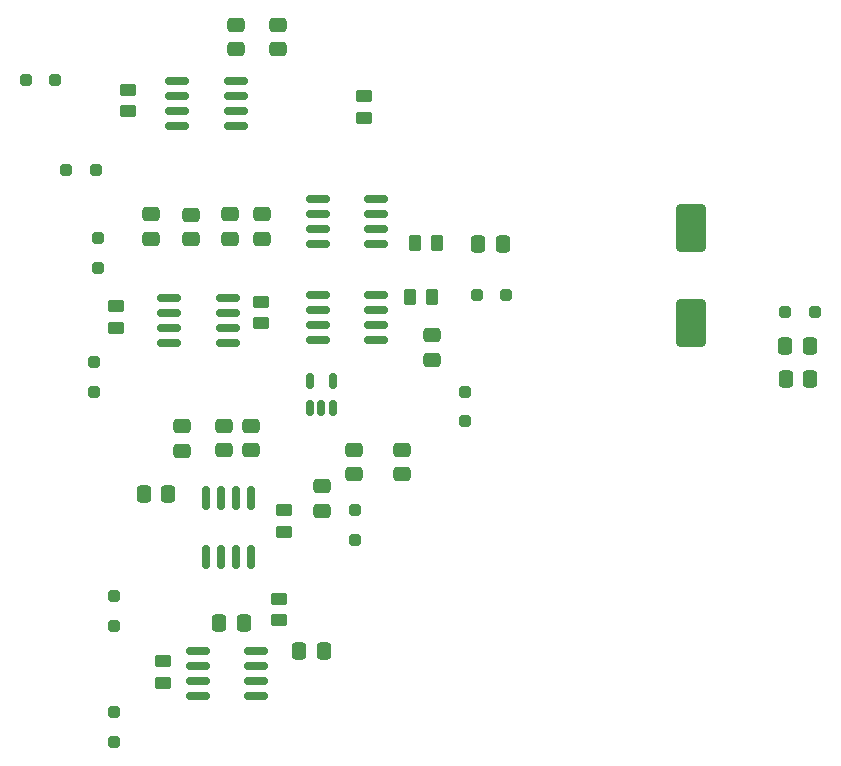
<source format=gbr>
%TF.GenerationSoftware,KiCad,Pcbnew,7.0.1*%
%TF.CreationDate,2023-04-25T16:28:10-04:00*%
%TF.ProjectId,UPenn_OpAmp,5550656e-6e5f-44f7-9041-6d702e6b6963,rev?*%
%TF.SameCoordinates,Original*%
%TF.FileFunction,Paste,Top*%
%TF.FilePolarity,Positive*%
%FSLAX46Y46*%
G04 Gerber Fmt 4.6, Leading zero omitted, Abs format (unit mm)*
G04 Created by KiCad (PCBNEW 7.0.1) date 2023-04-25 16:28:10*
%MOMM*%
%LPD*%
G01*
G04 APERTURE LIST*
G04 Aperture macros list*
%AMRoundRect*
0 Rectangle with rounded corners*
0 $1 Rounding radius*
0 $2 $3 $4 $5 $6 $7 $8 $9 X,Y pos of 4 corners*
0 Add a 4 corners polygon primitive as box body*
4,1,4,$2,$3,$4,$5,$6,$7,$8,$9,$2,$3,0*
0 Add four circle primitives for the rounded corners*
1,1,$1+$1,$2,$3*
1,1,$1+$1,$4,$5*
1,1,$1+$1,$6,$7*
1,1,$1+$1,$8,$9*
0 Add four rect primitives between the rounded corners*
20,1,$1+$1,$2,$3,$4,$5,0*
20,1,$1+$1,$4,$5,$6,$7,0*
20,1,$1+$1,$6,$7,$8,$9,0*
20,1,$1+$1,$8,$9,$2,$3,0*%
G04 Aperture macros list end*
%ADD10RoundRect,0.250000X-0.475000X0.337500X-0.475000X-0.337500X0.475000X-0.337500X0.475000X0.337500X0*%
%ADD11RoundRect,0.250000X-0.450000X0.262500X-0.450000X-0.262500X0.450000X-0.262500X0.450000X0.262500X0*%
%ADD12RoundRect,0.250000X0.475000X-0.337500X0.475000X0.337500X-0.475000X0.337500X-0.475000X-0.337500X0*%
%ADD13RoundRect,0.250000X-0.250000X0.250000X-0.250000X-0.250000X0.250000X-0.250000X0.250000X0.250000X0*%
%ADD14RoundRect,0.250000X-0.250000X-0.250000X0.250000X-0.250000X0.250000X0.250000X-0.250000X0.250000X0*%
%ADD15RoundRect,0.250000X-0.337500X-0.475000X0.337500X-0.475000X0.337500X0.475000X-0.337500X0.475000X0*%
%ADD16RoundRect,0.250000X0.250000X0.250000X-0.250000X0.250000X-0.250000X-0.250000X0.250000X-0.250000X0*%
%ADD17RoundRect,0.150000X-0.825000X-0.150000X0.825000X-0.150000X0.825000X0.150000X-0.825000X0.150000X0*%
%ADD18RoundRect,0.250000X-0.262500X-0.450000X0.262500X-0.450000X0.262500X0.450000X-0.262500X0.450000X0*%
%ADD19RoundRect,0.250000X0.450000X-0.262500X0.450000X0.262500X-0.450000X0.262500X-0.450000X-0.262500X0*%
%ADD20RoundRect,0.150000X0.825000X0.150000X-0.825000X0.150000X-0.825000X-0.150000X0.825000X-0.150000X0*%
%ADD21RoundRect,0.250000X1.000000X-1.750000X1.000000X1.750000X-1.000000X1.750000X-1.000000X-1.750000X0*%
%ADD22RoundRect,0.250000X0.250000X-0.250000X0.250000X0.250000X-0.250000X0.250000X-0.250000X-0.250000X0*%
%ADD23RoundRect,0.150000X0.150000X-0.825000X0.150000X0.825000X-0.150000X0.825000X-0.150000X-0.825000X0*%
%ADD24RoundRect,0.150000X0.150000X-0.512500X0.150000X0.512500X-0.150000X0.512500X-0.150000X-0.512500X0*%
%ADD25RoundRect,0.250000X0.337500X0.475000X-0.337500X0.475000X-0.337500X-0.475000X0.337500X-0.475000X0*%
G04 APERTURE END LIST*
D10*
%TO.C,C6*%
X98497000Y-68210500D03*
X98497000Y-70285500D03*
%TD*%
D11*
%TO.C,RG2*%
X90394000Y-39762500D03*
X90394000Y-41587500D03*
%TD*%
D12*
%TO.C,C7*%
X100783000Y-70285500D03*
X100783000Y-68210500D03*
%TD*%
D13*
%TO.C,D8*%
X118929000Y-65312500D03*
X118929000Y-67812500D03*
%TD*%
D12*
%TO.C,C17*%
X103094000Y-36322500D03*
X103094000Y-34247500D03*
%TD*%
%TO.C,C4*%
X94964000Y-70307500D03*
X94964000Y-68232500D03*
%TD*%
D14*
%TO.C,D10*%
X146066000Y-58610000D03*
X148566000Y-58610000D03*
%TD*%
D15*
%TO.C,C5*%
X91746500Y-74007500D03*
X93821500Y-74007500D03*
%TD*%
D16*
%TO.C,D6*%
X84269000Y-38943500D03*
X81769000Y-38943500D03*
%TD*%
D12*
%TO.C,C1*%
X106849000Y-75382000D03*
X106849000Y-73307000D03*
%TD*%
D17*
%TO.C,U1*%
X96306000Y-87275750D03*
X96306000Y-88545750D03*
X96306000Y-89815750D03*
X96306000Y-91085750D03*
X101256000Y-91085750D03*
X101256000Y-89815750D03*
X101256000Y-88545750D03*
X101256000Y-87275750D03*
%TD*%
D18*
%TO.C,R6*%
X114739000Y-52772500D03*
X116564000Y-52772500D03*
%TD*%
D11*
%TO.C,RG0*%
X93382000Y-88141250D03*
X93382000Y-89966250D03*
%TD*%
D19*
%TO.C,R1*%
X103224000Y-84672500D03*
X103224000Y-82847500D03*
%TD*%
D17*
%TO.C,U4*%
X93919000Y-57372500D03*
X93919000Y-58642500D03*
X93919000Y-59912500D03*
X93919000Y-61182500D03*
X98869000Y-61182500D03*
X98869000Y-59912500D03*
X98869000Y-58642500D03*
X98869000Y-57372500D03*
%TD*%
D20*
%TO.C,U5*%
X111419000Y-60939500D03*
X111419000Y-59669500D03*
X111419000Y-58399500D03*
X111419000Y-57129500D03*
X106469000Y-57129500D03*
X106469000Y-58399500D03*
X106469000Y-59669500D03*
X106469000Y-60939500D03*
%TD*%
D21*
%TO.C,C10*%
X138051000Y-59500000D03*
X138051000Y-51500000D03*
%TD*%
D15*
%TO.C,C2*%
X104919000Y-87304000D03*
X106994000Y-87304000D03*
%TD*%
%TO.C,C20*%
X120064000Y-52775500D03*
X122139000Y-52775500D03*
%TD*%
D11*
%TO.C,R3*%
X101649000Y-57700000D03*
X101649000Y-59525000D03*
%TD*%
D20*
%TO.C,U7*%
X111419000Y-52798500D03*
X111419000Y-51528500D03*
X111419000Y-50258500D03*
X111419000Y-48988500D03*
X106469000Y-48988500D03*
X106469000Y-50258500D03*
X106469000Y-51528500D03*
X106469000Y-52798500D03*
%TD*%
D22*
%TO.C,D4*%
X87904000Y-54817500D03*
X87904000Y-52317500D03*
%TD*%
D15*
%TO.C,C8*%
X146069500Y-61475000D03*
X148144500Y-61475000D03*
%TD*%
D10*
%TO.C,C13*%
X113627750Y-70252500D03*
X113627750Y-72327500D03*
%TD*%
D12*
%TO.C,C16*%
X99524000Y-36317500D03*
X99524000Y-34242500D03*
%TD*%
D19*
%TO.C,R2*%
X103614000Y-77192500D03*
X103614000Y-75367500D03*
%TD*%
D23*
%TO.C,U2*%
X96974000Y-79297500D03*
X98244000Y-79297500D03*
X99514000Y-79297500D03*
X100784000Y-79297500D03*
X100784000Y-74347500D03*
X99514000Y-74347500D03*
X98244000Y-74347500D03*
X96974000Y-74347500D03*
%TD*%
D11*
%TO.C,R5*%
X110369000Y-40297500D03*
X110369000Y-42122500D03*
%TD*%
D13*
%TO.C,D9*%
X109624000Y-75347500D03*
X109624000Y-77847500D03*
%TD*%
D10*
%TO.C,C14*%
X109547750Y-70250000D03*
X109547750Y-72325000D03*
%TD*%
D18*
%TO.C,R4*%
X114319000Y-57284500D03*
X116144000Y-57284500D03*
%TD*%
D17*
%TO.C,U6*%
X94584000Y-39037500D03*
X94584000Y-40307500D03*
X94584000Y-41577500D03*
X94584000Y-42847500D03*
X99534000Y-42847500D03*
X99534000Y-41577500D03*
X99534000Y-40307500D03*
X99534000Y-39037500D03*
%TD*%
D13*
%TO.C,D3*%
X87514000Y-62817500D03*
X87514000Y-65317500D03*
%TD*%
D12*
%TO.C,C19*%
X101796500Y-52370000D03*
X101796500Y-50295000D03*
%TD*%
D24*
%TO.C,U3*%
X105834000Y-66672500D03*
X106784000Y-66672500D03*
X107734000Y-66672500D03*
X107734000Y-64397500D03*
X105834000Y-64397500D03*
%TD*%
D16*
%TO.C,D5*%
X87669000Y-46574500D03*
X85169000Y-46574500D03*
%TD*%
D13*
%TO.C,D1*%
X89184000Y-92467500D03*
X89184000Y-94967500D03*
%TD*%
D15*
%TO.C,C9*%
X146100000Y-64268800D03*
X148175000Y-64268800D03*
%TD*%
D25*
%TO.C,C3*%
X100219000Y-84895000D03*
X98144000Y-84895000D03*
%TD*%
D12*
%TO.C,C12*%
X95729000Y-52400000D03*
X95729000Y-50325000D03*
%TD*%
%TO.C,C18*%
X99079000Y-52362500D03*
X99079000Y-50287500D03*
%TD*%
D10*
%TO.C,C15*%
X116169000Y-60542500D03*
X116169000Y-62617500D03*
%TD*%
D22*
%TO.C,D2*%
X89189000Y-85127500D03*
X89189000Y-82627500D03*
%TD*%
D11*
%TO.C,RG1*%
X89364000Y-58102500D03*
X89364000Y-59927500D03*
%TD*%
D14*
%TO.C,D7*%
X119949000Y-57102500D03*
X122449000Y-57102500D03*
%TD*%
D12*
%TO.C,C11*%
X92329000Y-52380000D03*
X92329000Y-50305000D03*
%TD*%
M02*

</source>
